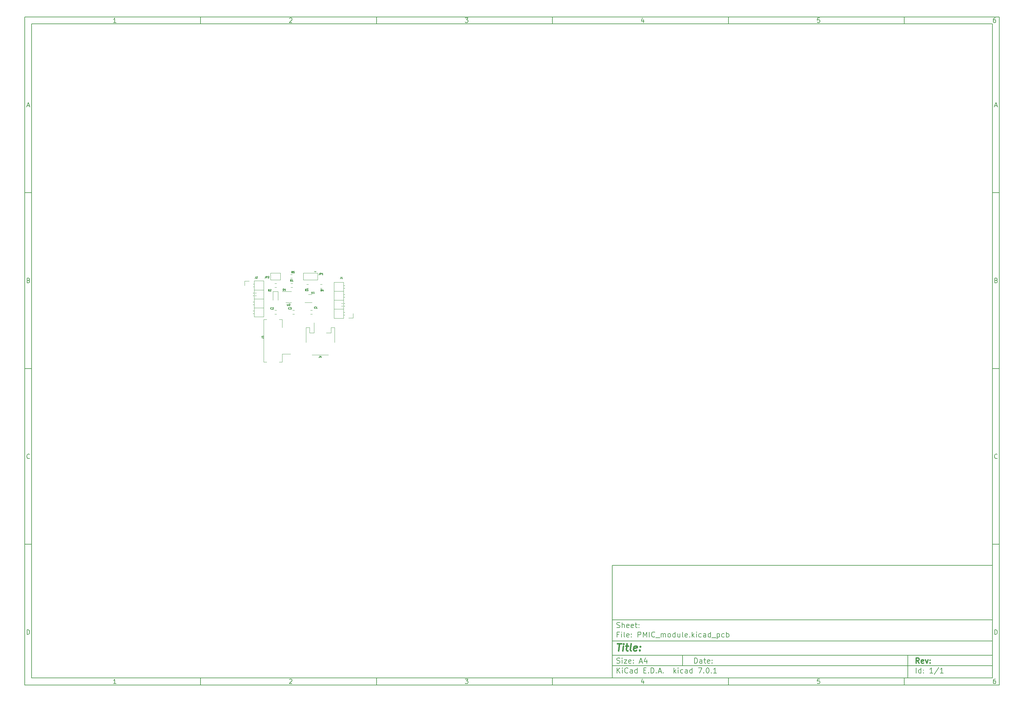
<source format=gbr>
%TF.GenerationSoftware,KiCad,Pcbnew,7.0.1*%
%TF.CreationDate,2023-09-22T10:39:05-04:00*%
%TF.ProjectId,PMIC_module,504d4943-5f6d-46f6-9475-6c652e6b6963,rev?*%
%TF.SameCoordinates,Original*%
%TF.FileFunction,Legend,Top*%
%TF.FilePolarity,Positive*%
%FSLAX46Y46*%
G04 Gerber Fmt 4.6, Leading zero omitted, Abs format (unit mm)*
G04 Created by KiCad (PCBNEW 7.0.1) date 2023-09-22 10:39:05*
%MOMM*%
%LPD*%
G01*
G04 APERTURE LIST*
%ADD10C,0.100000*%
%ADD11C,0.150000*%
%ADD12C,0.300000*%
%ADD13C,0.400000*%
%ADD14C,0.127000*%
%ADD15C,0.120000*%
G04 APERTURE END LIST*
D10*
D11*
X177002200Y-166007200D02*
X285002200Y-166007200D01*
X285002200Y-198007200D01*
X177002200Y-198007200D01*
X177002200Y-166007200D01*
D10*
D11*
X10000000Y-10000000D02*
X287002200Y-10000000D01*
X287002200Y-200007200D01*
X10000000Y-200007200D01*
X10000000Y-10000000D01*
D10*
D11*
X12000000Y-12000000D02*
X285002200Y-12000000D01*
X285002200Y-198007200D01*
X12000000Y-198007200D01*
X12000000Y-12000000D01*
D10*
D11*
X60000000Y-12000000D02*
X60000000Y-10000000D01*
D10*
D11*
X110000000Y-12000000D02*
X110000000Y-10000000D01*
D10*
D11*
X160000000Y-12000000D02*
X160000000Y-10000000D01*
D10*
D11*
X210000000Y-12000000D02*
X210000000Y-10000000D01*
D10*
D11*
X260000000Y-12000000D02*
X260000000Y-10000000D01*
D10*
D11*
X35990476Y-11601404D02*
X35247619Y-11601404D01*
X35619047Y-11601404D02*
X35619047Y-10301404D01*
X35619047Y-10301404D02*
X35495238Y-10487119D01*
X35495238Y-10487119D02*
X35371428Y-10610928D01*
X35371428Y-10610928D02*
X35247619Y-10672833D01*
D10*
D11*
X85247619Y-10425214D02*
X85309523Y-10363309D01*
X85309523Y-10363309D02*
X85433333Y-10301404D01*
X85433333Y-10301404D02*
X85742857Y-10301404D01*
X85742857Y-10301404D02*
X85866666Y-10363309D01*
X85866666Y-10363309D02*
X85928571Y-10425214D01*
X85928571Y-10425214D02*
X85990476Y-10549023D01*
X85990476Y-10549023D02*
X85990476Y-10672833D01*
X85990476Y-10672833D02*
X85928571Y-10858547D01*
X85928571Y-10858547D02*
X85185714Y-11601404D01*
X85185714Y-11601404D02*
X85990476Y-11601404D01*
D10*
D11*
X135185714Y-10301404D02*
X135990476Y-10301404D01*
X135990476Y-10301404D02*
X135557142Y-10796642D01*
X135557142Y-10796642D02*
X135742857Y-10796642D01*
X135742857Y-10796642D02*
X135866666Y-10858547D01*
X135866666Y-10858547D02*
X135928571Y-10920452D01*
X135928571Y-10920452D02*
X135990476Y-11044261D01*
X135990476Y-11044261D02*
X135990476Y-11353785D01*
X135990476Y-11353785D02*
X135928571Y-11477595D01*
X135928571Y-11477595D02*
X135866666Y-11539500D01*
X135866666Y-11539500D02*
X135742857Y-11601404D01*
X135742857Y-11601404D02*
X135371428Y-11601404D01*
X135371428Y-11601404D02*
X135247619Y-11539500D01*
X135247619Y-11539500D02*
X135185714Y-11477595D01*
D10*
D11*
X185866666Y-10734738D02*
X185866666Y-11601404D01*
X185557142Y-10239500D02*
X185247619Y-11168071D01*
X185247619Y-11168071D02*
X186052380Y-11168071D01*
D10*
D11*
X235928571Y-10301404D02*
X235309523Y-10301404D01*
X235309523Y-10301404D02*
X235247619Y-10920452D01*
X235247619Y-10920452D02*
X235309523Y-10858547D01*
X235309523Y-10858547D02*
X235433333Y-10796642D01*
X235433333Y-10796642D02*
X235742857Y-10796642D01*
X235742857Y-10796642D02*
X235866666Y-10858547D01*
X235866666Y-10858547D02*
X235928571Y-10920452D01*
X235928571Y-10920452D02*
X235990476Y-11044261D01*
X235990476Y-11044261D02*
X235990476Y-11353785D01*
X235990476Y-11353785D02*
X235928571Y-11477595D01*
X235928571Y-11477595D02*
X235866666Y-11539500D01*
X235866666Y-11539500D02*
X235742857Y-11601404D01*
X235742857Y-11601404D02*
X235433333Y-11601404D01*
X235433333Y-11601404D02*
X235309523Y-11539500D01*
X235309523Y-11539500D02*
X235247619Y-11477595D01*
D10*
D11*
X285866666Y-10301404D02*
X285619047Y-10301404D01*
X285619047Y-10301404D02*
X285495238Y-10363309D01*
X285495238Y-10363309D02*
X285433333Y-10425214D01*
X285433333Y-10425214D02*
X285309523Y-10610928D01*
X285309523Y-10610928D02*
X285247619Y-10858547D01*
X285247619Y-10858547D02*
X285247619Y-11353785D01*
X285247619Y-11353785D02*
X285309523Y-11477595D01*
X285309523Y-11477595D02*
X285371428Y-11539500D01*
X285371428Y-11539500D02*
X285495238Y-11601404D01*
X285495238Y-11601404D02*
X285742857Y-11601404D01*
X285742857Y-11601404D02*
X285866666Y-11539500D01*
X285866666Y-11539500D02*
X285928571Y-11477595D01*
X285928571Y-11477595D02*
X285990476Y-11353785D01*
X285990476Y-11353785D02*
X285990476Y-11044261D01*
X285990476Y-11044261D02*
X285928571Y-10920452D01*
X285928571Y-10920452D02*
X285866666Y-10858547D01*
X285866666Y-10858547D02*
X285742857Y-10796642D01*
X285742857Y-10796642D02*
X285495238Y-10796642D01*
X285495238Y-10796642D02*
X285371428Y-10858547D01*
X285371428Y-10858547D02*
X285309523Y-10920452D01*
X285309523Y-10920452D02*
X285247619Y-11044261D01*
D10*
D11*
X60000000Y-198007200D02*
X60000000Y-200007200D01*
D10*
D11*
X110000000Y-198007200D02*
X110000000Y-200007200D01*
D10*
D11*
X160000000Y-198007200D02*
X160000000Y-200007200D01*
D10*
D11*
X210000000Y-198007200D02*
X210000000Y-200007200D01*
D10*
D11*
X260000000Y-198007200D02*
X260000000Y-200007200D01*
D10*
D11*
X35990476Y-199608604D02*
X35247619Y-199608604D01*
X35619047Y-199608604D02*
X35619047Y-198308604D01*
X35619047Y-198308604D02*
X35495238Y-198494319D01*
X35495238Y-198494319D02*
X35371428Y-198618128D01*
X35371428Y-198618128D02*
X35247619Y-198680033D01*
D10*
D11*
X85247619Y-198432414D02*
X85309523Y-198370509D01*
X85309523Y-198370509D02*
X85433333Y-198308604D01*
X85433333Y-198308604D02*
X85742857Y-198308604D01*
X85742857Y-198308604D02*
X85866666Y-198370509D01*
X85866666Y-198370509D02*
X85928571Y-198432414D01*
X85928571Y-198432414D02*
X85990476Y-198556223D01*
X85990476Y-198556223D02*
X85990476Y-198680033D01*
X85990476Y-198680033D02*
X85928571Y-198865747D01*
X85928571Y-198865747D02*
X85185714Y-199608604D01*
X85185714Y-199608604D02*
X85990476Y-199608604D01*
D10*
D11*
X135185714Y-198308604D02*
X135990476Y-198308604D01*
X135990476Y-198308604D02*
X135557142Y-198803842D01*
X135557142Y-198803842D02*
X135742857Y-198803842D01*
X135742857Y-198803842D02*
X135866666Y-198865747D01*
X135866666Y-198865747D02*
X135928571Y-198927652D01*
X135928571Y-198927652D02*
X135990476Y-199051461D01*
X135990476Y-199051461D02*
X135990476Y-199360985D01*
X135990476Y-199360985D02*
X135928571Y-199484795D01*
X135928571Y-199484795D02*
X135866666Y-199546700D01*
X135866666Y-199546700D02*
X135742857Y-199608604D01*
X135742857Y-199608604D02*
X135371428Y-199608604D01*
X135371428Y-199608604D02*
X135247619Y-199546700D01*
X135247619Y-199546700D02*
X135185714Y-199484795D01*
D10*
D11*
X185866666Y-198741938D02*
X185866666Y-199608604D01*
X185557142Y-198246700D02*
X185247619Y-199175271D01*
X185247619Y-199175271D02*
X186052380Y-199175271D01*
D10*
D11*
X235928571Y-198308604D02*
X235309523Y-198308604D01*
X235309523Y-198308604D02*
X235247619Y-198927652D01*
X235247619Y-198927652D02*
X235309523Y-198865747D01*
X235309523Y-198865747D02*
X235433333Y-198803842D01*
X235433333Y-198803842D02*
X235742857Y-198803842D01*
X235742857Y-198803842D02*
X235866666Y-198865747D01*
X235866666Y-198865747D02*
X235928571Y-198927652D01*
X235928571Y-198927652D02*
X235990476Y-199051461D01*
X235990476Y-199051461D02*
X235990476Y-199360985D01*
X235990476Y-199360985D02*
X235928571Y-199484795D01*
X235928571Y-199484795D02*
X235866666Y-199546700D01*
X235866666Y-199546700D02*
X235742857Y-199608604D01*
X235742857Y-199608604D02*
X235433333Y-199608604D01*
X235433333Y-199608604D02*
X235309523Y-199546700D01*
X235309523Y-199546700D02*
X235247619Y-199484795D01*
D10*
D11*
X285866666Y-198308604D02*
X285619047Y-198308604D01*
X285619047Y-198308604D02*
X285495238Y-198370509D01*
X285495238Y-198370509D02*
X285433333Y-198432414D01*
X285433333Y-198432414D02*
X285309523Y-198618128D01*
X285309523Y-198618128D02*
X285247619Y-198865747D01*
X285247619Y-198865747D02*
X285247619Y-199360985D01*
X285247619Y-199360985D02*
X285309523Y-199484795D01*
X285309523Y-199484795D02*
X285371428Y-199546700D01*
X285371428Y-199546700D02*
X285495238Y-199608604D01*
X285495238Y-199608604D02*
X285742857Y-199608604D01*
X285742857Y-199608604D02*
X285866666Y-199546700D01*
X285866666Y-199546700D02*
X285928571Y-199484795D01*
X285928571Y-199484795D02*
X285990476Y-199360985D01*
X285990476Y-199360985D02*
X285990476Y-199051461D01*
X285990476Y-199051461D02*
X285928571Y-198927652D01*
X285928571Y-198927652D02*
X285866666Y-198865747D01*
X285866666Y-198865747D02*
X285742857Y-198803842D01*
X285742857Y-198803842D02*
X285495238Y-198803842D01*
X285495238Y-198803842D02*
X285371428Y-198865747D01*
X285371428Y-198865747D02*
X285309523Y-198927652D01*
X285309523Y-198927652D02*
X285247619Y-199051461D01*
D10*
D11*
X10000000Y-60000000D02*
X12000000Y-60000000D01*
D10*
D11*
X10000000Y-110000000D02*
X12000000Y-110000000D01*
D10*
D11*
X10000000Y-160000000D02*
X12000000Y-160000000D01*
D10*
D11*
X10690476Y-35229976D02*
X11309523Y-35229976D01*
X10566666Y-35601404D02*
X10999999Y-34301404D01*
X10999999Y-34301404D02*
X11433333Y-35601404D01*
D10*
D11*
X11092857Y-84920452D02*
X11278571Y-84982357D01*
X11278571Y-84982357D02*
X11340476Y-85044261D01*
X11340476Y-85044261D02*
X11402380Y-85168071D01*
X11402380Y-85168071D02*
X11402380Y-85353785D01*
X11402380Y-85353785D02*
X11340476Y-85477595D01*
X11340476Y-85477595D02*
X11278571Y-85539500D01*
X11278571Y-85539500D02*
X11154761Y-85601404D01*
X11154761Y-85601404D02*
X10659523Y-85601404D01*
X10659523Y-85601404D02*
X10659523Y-84301404D01*
X10659523Y-84301404D02*
X11092857Y-84301404D01*
X11092857Y-84301404D02*
X11216666Y-84363309D01*
X11216666Y-84363309D02*
X11278571Y-84425214D01*
X11278571Y-84425214D02*
X11340476Y-84549023D01*
X11340476Y-84549023D02*
X11340476Y-84672833D01*
X11340476Y-84672833D02*
X11278571Y-84796642D01*
X11278571Y-84796642D02*
X11216666Y-84858547D01*
X11216666Y-84858547D02*
X11092857Y-84920452D01*
X11092857Y-84920452D02*
X10659523Y-84920452D01*
D10*
D11*
X11402380Y-135477595D02*
X11340476Y-135539500D01*
X11340476Y-135539500D02*
X11154761Y-135601404D01*
X11154761Y-135601404D02*
X11030952Y-135601404D01*
X11030952Y-135601404D02*
X10845238Y-135539500D01*
X10845238Y-135539500D02*
X10721428Y-135415690D01*
X10721428Y-135415690D02*
X10659523Y-135291880D01*
X10659523Y-135291880D02*
X10597619Y-135044261D01*
X10597619Y-135044261D02*
X10597619Y-134858547D01*
X10597619Y-134858547D02*
X10659523Y-134610928D01*
X10659523Y-134610928D02*
X10721428Y-134487119D01*
X10721428Y-134487119D02*
X10845238Y-134363309D01*
X10845238Y-134363309D02*
X11030952Y-134301404D01*
X11030952Y-134301404D02*
X11154761Y-134301404D01*
X11154761Y-134301404D02*
X11340476Y-134363309D01*
X11340476Y-134363309D02*
X11402380Y-134425214D01*
D10*
D11*
X10659523Y-185601404D02*
X10659523Y-184301404D01*
X10659523Y-184301404D02*
X10969047Y-184301404D01*
X10969047Y-184301404D02*
X11154761Y-184363309D01*
X11154761Y-184363309D02*
X11278571Y-184487119D01*
X11278571Y-184487119D02*
X11340476Y-184610928D01*
X11340476Y-184610928D02*
X11402380Y-184858547D01*
X11402380Y-184858547D02*
X11402380Y-185044261D01*
X11402380Y-185044261D02*
X11340476Y-185291880D01*
X11340476Y-185291880D02*
X11278571Y-185415690D01*
X11278571Y-185415690D02*
X11154761Y-185539500D01*
X11154761Y-185539500D02*
X10969047Y-185601404D01*
X10969047Y-185601404D02*
X10659523Y-185601404D01*
D10*
D11*
X287002200Y-60000000D02*
X285002200Y-60000000D01*
D10*
D11*
X287002200Y-110000000D02*
X285002200Y-110000000D01*
D10*
D11*
X287002200Y-160000000D02*
X285002200Y-160000000D01*
D10*
D11*
X285692676Y-35229976D02*
X286311723Y-35229976D01*
X285568866Y-35601404D02*
X286002199Y-34301404D01*
X286002199Y-34301404D02*
X286435533Y-35601404D01*
D10*
D11*
X286095057Y-84920452D02*
X286280771Y-84982357D01*
X286280771Y-84982357D02*
X286342676Y-85044261D01*
X286342676Y-85044261D02*
X286404580Y-85168071D01*
X286404580Y-85168071D02*
X286404580Y-85353785D01*
X286404580Y-85353785D02*
X286342676Y-85477595D01*
X286342676Y-85477595D02*
X286280771Y-85539500D01*
X286280771Y-85539500D02*
X286156961Y-85601404D01*
X286156961Y-85601404D02*
X285661723Y-85601404D01*
X285661723Y-85601404D02*
X285661723Y-84301404D01*
X285661723Y-84301404D02*
X286095057Y-84301404D01*
X286095057Y-84301404D02*
X286218866Y-84363309D01*
X286218866Y-84363309D02*
X286280771Y-84425214D01*
X286280771Y-84425214D02*
X286342676Y-84549023D01*
X286342676Y-84549023D02*
X286342676Y-84672833D01*
X286342676Y-84672833D02*
X286280771Y-84796642D01*
X286280771Y-84796642D02*
X286218866Y-84858547D01*
X286218866Y-84858547D02*
X286095057Y-84920452D01*
X286095057Y-84920452D02*
X285661723Y-84920452D01*
D10*
D11*
X286404580Y-135477595D02*
X286342676Y-135539500D01*
X286342676Y-135539500D02*
X286156961Y-135601404D01*
X286156961Y-135601404D02*
X286033152Y-135601404D01*
X286033152Y-135601404D02*
X285847438Y-135539500D01*
X285847438Y-135539500D02*
X285723628Y-135415690D01*
X285723628Y-135415690D02*
X285661723Y-135291880D01*
X285661723Y-135291880D02*
X285599819Y-135044261D01*
X285599819Y-135044261D02*
X285599819Y-134858547D01*
X285599819Y-134858547D02*
X285661723Y-134610928D01*
X285661723Y-134610928D02*
X285723628Y-134487119D01*
X285723628Y-134487119D02*
X285847438Y-134363309D01*
X285847438Y-134363309D02*
X286033152Y-134301404D01*
X286033152Y-134301404D02*
X286156961Y-134301404D01*
X286156961Y-134301404D02*
X286342676Y-134363309D01*
X286342676Y-134363309D02*
X286404580Y-134425214D01*
D10*
D11*
X285661723Y-185601404D02*
X285661723Y-184301404D01*
X285661723Y-184301404D02*
X285971247Y-184301404D01*
X285971247Y-184301404D02*
X286156961Y-184363309D01*
X286156961Y-184363309D02*
X286280771Y-184487119D01*
X286280771Y-184487119D02*
X286342676Y-184610928D01*
X286342676Y-184610928D02*
X286404580Y-184858547D01*
X286404580Y-184858547D02*
X286404580Y-185044261D01*
X286404580Y-185044261D02*
X286342676Y-185291880D01*
X286342676Y-185291880D02*
X286280771Y-185415690D01*
X286280771Y-185415690D02*
X286156961Y-185539500D01*
X286156961Y-185539500D02*
X285971247Y-185601404D01*
X285971247Y-185601404D02*
X285661723Y-185601404D01*
D10*
D11*
X200359342Y-193801128D02*
X200359342Y-192301128D01*
X200359342Y-192301128D02*
X200716485Y-192301128D01*
X200716485Y-192301128D02*
X200930771Y-192372557D01*
X200930771Y-192372557D02*
X201073628Y-192515414D01*
X201073628Y-192515414D02*
X201145057Y-192658271D01*
X201145057Y-192658271D02*
X201216485Y-192943985D01*
X201216485Y-192943985D02*
X201216485Y-193158271D01*
X201216485Y-193158271D02*
X201145057Y-193443985D01*
X201145057Y-193443985D02*
X201073628Y-193586842D01*
X201073628Y-193586842D02*
X200930771Y-193729700D01*
X200930771Y-193729700D02*
X200716485Y-193801128D01*
X200716485Y-193801128D02*
X200359342Y-193801128D01*
X202502200Y-193801128D02*
X202502200Y-193015414D01*
X202502200Y-193015414D02*
X202430771Y-192872557D01*
X202430771Y-192872557D02*
X202287914Y-192801128D01*
X202287914Y-192801128D02*
X202002200Y-192801128D01*
X202002200Y-192801128D02*
X201859342Y-192872557D01*
X202502200Y-193729700D02*
X202359342Y-193801128D01*
X202359342Y-193801128D02*
X202002200Y-193801128D01*
X202002200Y-193801128D02*
X201859342Y-193729700D01*
X201859342Y-193729700D02*
X201787914Y-193586842D01*
X201787914Y-193586842D02*
X201787914Y-193443985D01*
X201787914Y-193443985D02*
X201859342Y-193301128D01*
X201859342Y-193301128D02*
X202002200Y-193229700D01*
X202002200Y-193229700D02*
X202359342Y-193229700D01*
X202359342Y-193229700D02*
X202502200Y-193158271D01*
X203002200Y-192801128D02*
X203573628Y-192801128D01*
X203216485Y-192301128D02*
X203216485Y-193586842D01*
X203216485Y-193586842D02*
X203287914Y-193729700D01*
X203287914Y-193729700D02*
X203430771Y-193801128D01*
X203430771Y-193801128D02*
X203573628Y-193801128D01*
X204645057Y-193729700D02*
X204502200Y-193801128D01*
X204502200Y-193801128D02*
X204216486Y-193801128D01*
X204216486Y-193801128D02*
X204073628Y-193729700D01*
X204073628Y-193729700D02*
X204002200Y-193586842D01*
X204002200Y-193586842D02*
X204002200Y-193015414D01*
X204002200Y-193015414D02*
X204073628Y-192872557D01*
X204073628Y-192872557D02*
X204216486Y-192801128D01*
X204216486Y-192801128D02*
X204502200Y-192801128D01*
X204502200Y-192801128D02*
X204645057Y-192872557D01*
X204645057Y-192872557D02*
X204716486Y-193015414D01*
X204716486Y-193015414D02*
X204716486Y-193158271D01*
X204716486Y-193158271D02*
X204002200Y-193301128D01*
X205359342Y-193658271D02*
X205430771Y-193729700D01*
X205430771Y-193729700D02*
X205359342Y-193801128D01*
X205359342Y-193801128D02*
X205287914Y-193729700D01*
X205287914Y-193729700D02*
X205359342Y-193658271D01*
X205359342Y-193658271D02*
X205359342Y-193801128D01*
X205359342Y-192872557D02*
X205430771Y-192943985D01*
X205430771Y-192943985D02*
X205359342Y-193015414D01*
X205359342Y-193015414D02*
X205287914Y-192943985D01*
X205287914Y-192943985D02*
X205359342Y-192872557D01*
X205359342Y-192872557D02*
X205359342Y-193015414D01*
D10*
D11*
X177002200Y-194507200D02*
X285002200Y-194507200D01*
D10*
D11*
X178359342Y-196601128D02*
X178359342Y-195101128D01*
X179216485Y-196601128D02*
X178573628Y-195743985D01*
X179216485Y-195101128D02*
X178359342Y-195958271D01*
X179859342Y-196601128D02*
X179859342Y-195601128D01*
X179859342Y-195101128D02*
X179787914Y-195172557D01*
X179787914Y-195172557D02*
X179859342Y-195243985D01*
X179859342Y-195243985D02*
X179930771Y-195172557D01*
X179930771Y-195172557D02*
X179859342Y-195101128D01*
X179859342Y-195101128D02*
X179859342Y-195243985D01*
X181430771Y-196458271D02*
X181359343Y-196529700D01*
X181359343Y-196529700D02*
X181145057Y-196601128D01*
X181145057Y-196601128D02*
X181002200Y-196601128D01*
X181002200Y-196601128D02*
X180787914Y-196529700D01*
X180787914Y-196529700D02*
X180645057Y-196386842D01*
X180645057Y-196386842D02*
X180573628Y-196243985D01*
X180573628Y-196243985D02*
X180502200Y-195958271D01*
X180502200Y-195958271D02*
X180502200Y-195743985D01*
X180502200Y-195743985D02*
X180573628Y-195458271D01*
X180573628Y-195458271D02*
X180645057Y-195315414D01*
X180645057Y-195315414D02*
X180787914Y-195172557D01*
X180787914Y-195172557D02*
X181002200Y-195101128D01*
X181002200Y-195101128D02*
X181145057Y-195101128D01*
X181145057Y-195101128D02*
X181359343Y-195172557D01*
X181359343Y-195172557D02*
X181430771Y-195243985D01*
X182716486Y-196601128D02*
X182716486Y-195815414D01*
X182716486Y-195815414D02*
X182645057Y-195672557D01*
X182645057Y-195672557D02*
X182502200Y-195601128D01*
X182502200Y-195601128D02*
X182216486Y-195601128D01*
X182216486Y-195601128D02*
X182073628Y-195672557D01*
X182716486Y-196529700D02*
X182573628Y-196601128D01*
X182573628Y-196601128D02*
X182216486Y-196601128D01*
X182216486Y-196601128D02*
X182073628Y-196529700D01*
X182073628Y-196529700D02*
X182002200Y-196386842D01*
X182002200Y-196386842D02*
X182002200Y-196243985D01*
X182002200Y-196243985D02*
X182073628Y-196101128D01*
X182073628Y-196101128D02*
X182216486Y-196029700D01*
X182216486Y-196029700D02*
X182573628Y-196029700D01*
X182573628Y-196029700D02*
X182716486Y-195958271D01*
X184073629Y-196601128D02*
X184073629Y-195101128D01*
X184073629Y-196529700D02*
X183930771Y-196601128D01*
X183930771Y-196601128D02*
X183645057Y-196601128D01*
X183645057Y-196601128D02*
X183502200Y-196529700D01*
X183502200Y-196529700D02*
X183430771Y-196458271D01*
X183430771Y-196458271D02*
X183359343Y-196315414D01*
X183359343Y-196315414D02*
X183359343Y-195886842D01*
X183359343Y-195886842D02*
X183430771Y-195743985D01*
X183430771Y-195743985D02*
X183502200Y-195672557D01*
X183502200Y-195672557D02*
X183645057Y-195601128D01*
X183645057Y-195601128D02*
X183930771Y-195601128D01*
X183930771Y-195601128D02*
X184073629Y-195672557D01*
X185930771Y-195815414D02*
X186430771Y-195815414D01*
X186645057Y-196601128D02*
X185930771Y-196601128D01*
X185930771Y-196601128D02*
X185930771Y-195101128D01*
X185930771Y-195101128D02*
X186645057Y-195101128D01*
X187287914Y-196458271D02*
X187359343Y-196529700D01*
X187359343Y-196529700D02*
X187287914Y-196601128D01*
X187287914Y-196601128D02*
X187216486Y-196529700D01*
X187216486Y-196529700D02*
X187287914Y-196458271D01*
X187287914Y-196458271D02*
X187287914Y-196601128D01*
X188002200Y-196601128D02*
X188002200Y-195101128D01*
X188002200Y-195101128D02*
X188359343Y-195101128D01*
X188359343Y-195101128D02*
X188573629Y-195172557D01*
X188573629Y-195172557D02*
X188716486Y-195315414D01*
X188716486Y-195315414D02*
X188787915Y-195458271D01*
X188787915Y-195458271D02*
X188859343Y-195743985D01*
X188859343Y-195743985D02*
X188859343Y-195958271D01*
X188859343Y-195958271D02*
X188787915Y-196243985D01*
X188787915Y-196243985D02*
X188716486Y-196386842D01*
X188716486Y-196386842D02*
X188573629Y-196529700D01*
X188573629Y-196529700D02*
X188359343Y-196601128D01*
X188359343Y-196601128D02*
X188002200Y-196601128D01*
X189502200Y-196458271D02*
X189573629Y-196529700D01*
X189573629Y-196529700D02*
X189502200Y-196601128D01*
X189502200Y-196601128D02*
X189430772Y-196529700D01*
X189430772Y-196529700D02*
X189502200Y-196458271D01*
X189502200Y-196458271D02*
X189502200Y-196601128D01*
X190145058Y-196172557D02*
X190859344Y-196172557D01*
X190002201Y-196601128D02*
X190502201Y-195101128D01*
X190502201Y-195101128D02*
X191002201Y-196601128D01*
X191502200Y-196458271D02*
X191573629Y-196529700D01*
X191573629Y-196529700D02*
X191502200Y-196601128D01*
X191502200Y-196601128D02*
X191430772Y-196529700D01*
X191430772Y-196529700D02*
X191502200Y-196458271D01*
X191502200Y-196458271D02*
X191502200Y-196601128D01*
X194502200Y-196601128D02*
X194502200Y-195101128D01*
X194645058Y-196029700D02*
X195073629Y-196601128D01*
X195073629Y-195601128D02*
X194502200Y-196172557D01*
X195716486Y-196601128D02*
X195716486Y-195601128D01*
X195716486Y-195101128D02*
X195645058Y-195172557D01*
X195645058Y-195172557D02*
X195716486Y-195243985D01*
X195716486Y-195243985D02*
X195787915Y-195172557D01*
X195787915Y-195172557D02*
X195716486Y-195101128D01*
X195716486Y-195101128D02*
X195716486Y-195243985D01*
X197073630Y-196529700D02*
X196930772Y-196601128D01*
X196930772Y-196601128D02*
X196645058Y-196601128D01*
X196645058Y-196601128D02*
X196502201Y-196529700D01*
X196502201Y-196529700D02*
X196430772Y-196458271D01*
X196430772Y-196458271D02*
X196359344Y-196315414D01*
X196359344Y-196315414D02*
X196359344Y-195886842D01*
X196359344Y-195886842D02*
X196430772Y-195743985D01*
X196430772Y-195743985D02*
X196502201Y-195672557D01*
X196502201Y-195672557D02*
X196645058Y-195601128D01*
X196645058Y-195601128D02*
X196930772Y-195601128D01*
X196930772Y-195601128D02*
X197073630Y-195672557D01*
X198359344Y-196601128D02*
X198359344Y-195815414D01*
X198359344Y-195815414D02*
X198287915Y-195672557D01*
X198287915Y-195672557D02*
X198145058Y-195601128D01*
X198145058Y-195601128D02*
X197859344Y-195601128D01*
X197859344Y-195601128D02*
X197716486Y-195672557D01*
X198359344Y-196529700D02*
X198216486Y-196601128D01*
X198216486Y-196601128D02*
X197859344Y-196601128D01*
X197859344Y-196601128D02*
X197716486Y-196529700D01*
X197716486Y-196529700D02*
X197645058Y-196386842D01*
X197645058Y-196386842D02*
X197645058Y-196243985D01*
X197645058Y-196243985D02*
X197716486Y-196101128D01*
X197716486Y-196101128D02*
X197859344Y-196029700D01*
X197859344Y-196029700D02*
X198216486Y-196029700D01*
X198216486Y-196029700D02*
X198359344Y-195958271D01*
X199716487Y-196601128D02*
X199716487Y-195101128D01*
X199716487Y-196529700D02*
X199573629Y-196601128D01*
X199573629Y-196601128D02*
X199287915Y-196601128D01*
X199287915Y-196601128D02*
X199145058Y-196529700D01*
X199145058Y-196529700D02*
X199073629Y-196458271D01*
X199073629Y-196458271D02*
X199002201Y-196315414D01*
X199002201Y-196315414D02*
X199002201Y-195886842D01*
X199002201Y-195886842D02*
X199073629Y-195743985D01*
X199073629Y-195743985D02*
X199145058Y-195672557D01*
X199145058Y-195672557D02*
X199287915Y-195601128D01*
X199287915Y-195601128D02*
X199573629Y-195601128D01*
X199573629Y-195601128D02*
X199716487Y-195672557D01*
X201430772Y-195101128D02*
X202430772Y-195101128D01*
X202430772Y-195101128D02*
X201787915Y-196601128D01*
X203002200Y-196458271D02*
X203073629Y-196529700D01*
X203073629Y-196529700D02*
X203002200Y-196601128D01*
X203002200Y-196601128D02*
X202930772Y-196529700D01*
X202930772Y-196529700D02*
X203002200Y-196458271D01*
X203002200Y-196458271D02*
X203002200Y-196601128D01*
X204002201Y-195101128D02*
X204145058Y-195101128D01*
X204145058Y-195101128D02*
X204287915Y-195172557D01*
X204287915Y-195172557D02*
X204359344Y-195243985D01*
X204359344Y-195243985D02*
X204430772Y-195386842D01*
X204430772Y-195386842D02*
X204502201Y-195672557D01*
X204502201Y-195672557D02*
X204502201Y-196029700D01*
X204502201Y-196029700D02*
X204430772Y-196315414D01*
X204430772Y-196315414D02*
X204359344Y-196458271D01*
X204359344Y-196458271D02*
X204287915Y-196529700D01*
X204287915Y-196529700D02*
X204145058Y-196601128D01*
X204145058Y-196601128D02*
X204002201Y-196601128D01*
X204002201Y-196601128D02*
X203859344Y-196529700D01*
X203859344Y-196529700D02*
X203787915Y-196458271D01*
X203787915Y-196458271D02*
X203716486Y-196315414D01*
X203716486Y-196315414D02*
X203645058Y-196029700D01*
X203645058Y-196029700D02*
X203645058Y-195672557D01*
X203645058Y-195672557D02*
X203716486Y-195386842D01*
X203716486Y-195386842D02*
X203787915Y-195243985D01*
X203787915Y-195243985D02*
X203859344Y-195172557D01*
X203859344Y-195172557D02*
X204002201Y-195101128D01*
X205145057Y-196458271D02*
X205216486Y-196529700D01*
X205216486Y-196529700D02*
X205145057Y-196601128D01*
X205145057Y-196601128D02*
X205073629Y-196529700D01*
X205073629Y-196529700D02*
X205145057Y-196458271D01*
X205145057Y-196458271D02*
X205145057Y-196601128D01*
X206645058Y-196601128D02*
X205787915Y-196601128D01*
X206216486Y-196601128D02*
X206216486Y-195101128D01*
X206216486Y-195101128D02*
X206073629Y-195315414D01*
X206073629Y-195315414D02*
X205930772Y-195458271D01*
X205930772Y-195458271D02*
X205787915Y-195529700D01*
D10*
D11*
X177002200Y-191507200D02*
X285002200Y-191507200D01*
D10*
D12*
X264216485Y-193801128D02*
X263716485Y-193086842D01*
X263359342Y-193801128D02*
X263359342Y-192301128D01*
X263359342Y-192301128D02*
X263930771Y-192301128D01*
X263930771Y-192301128D02*
X264073628Y-192372557D01*
X264073628Y-192372557D02*
X264145057Y-192443985D01*
X264145057Y-192443985D02*
X264216485Y-192586842D01*
X264216485Y-192586842D02*
X264216485Y-192801128D01*
X264216485Y-192801128D02*
X264145057Y-192943985D01*
X264145057Y-192943985D02*
X264073628Y-193015414D01*
X264073628Y-193015414D02*
X263930771Y-193086842D01*
X263930771Y-193086842D02*
X263359342Y-193086842D01*
X265430771Y-193729700D02*
X265287914Y-193801128D01*
X265287914Y-193801128D02*
X265002200Y-193801128D01*
X265002200Y-193801128D02*
X264859342Y-193729700D01*
X264859342Y-193729700D02*
X264787914Y-193586842D01*
X264787914Y-193586842D02*
X264787914Y-193015414D01*
X264787914Y-193015414D02*
X264859342Y-192872557D01*
X264859342Y-192872557D02*
X265002200Y-192801128D01*
X265002200Y-192801128D02*
X265287914Y-192801128D01*
X265287914Y-192801128D02*
X265430771Y-192872557D01*
X265430771Y-192872557D02*
X265502200Y-193015414D01*
X265502200Y-193015414D02*
X265502200Y-193158271D01*
X265502200Y-193158271D02*
X264787914Y-193301128D01*
X266002199Y-192801128D02*
X266359342Y-193801128D01*
X266359342Y-193801128D02*
X266716485Y-192801128D01*
X267287913Y-193658271D02*
X267359342Y-193729700D01*
X267359342Y-193729700D02*
X267287913Y-193801128D01*
X267287913Y-193801128D02*
X267216485Y-193729700D01*
X267216485Y-193729700D02*
X267287913Y-193658271D01*
X267287913Y-193658271D02*
X267287913Y-193801128D01*
X267287913Y-192872557D02*
X267359342Y-192943985D01*
X267359342Y-192943985D02*
X267287913Y-193015414D01*
X267287913Y-193015414D02*
X267216485Y-192943985D01*
X267216485Y-192943985D02*
X267287913Y-192872557D01*
X267287913Y-192872557D02*
X267287913Y-193015414D01*
D10*
D11*
X178287914Y-193729700D02*
X178502200Y-193801128D01*
X178502200Y-193801128D02*
X178859342Y-193801128D01*
X178859342Y-193801128D02*
X179002200Y-193729700D01*
X179002200Y-193729700D02*
X179073628Y-193658271D01*
X179073628Y-193658271D02*
X179145057Y-193515414D01*
X179145057Y-193515414D02*
X179145057Y-193372557D01*
X179145057Y-193372557D02*
X179073628Y-193229700D01*
X179073628Y-193229700D02*
X179002200Y-193158271D01*
X179002200Y-193158271D02*
X178859342Y-193086842D01*
X178859342Y-193086842D02*
X178573628Y-193015414D01*
X178573628Y-193015414D02*
X178430771Y-192943985D01*
X178430771Y-192943985D02*
X178359342Y-192872557D01*
X178359342Y-192872557D02*
X178287914Y-192729700D01*
X178287914Y-192729700D02*
X178287914Y-192586842D01*
X178287914Y-192586842D02*
X178359342Y-192443985D01*
X178359342Y-192443985D02*
X178430771Y-192372557D01*
X178430771Y-192372557D02*
X178573628Y-192301128D01*
X178573628Y-192301128D02*
X178930771Y-192301128D01*
X178930771Y-192301128D02*
X179145057Y-192372557D01*
X179787913Y-193801128D02*
X179787913Y-192801128D01*
X179787913Y-192301128D02*
X179716485Y-192372557D01*
X179716485Y-192372557D02*
X179787913Y-192443985D01*
X179787913Y-192443985D02*
X179859342Y-192372557D01*
X179859342Y-192372557D02*
X179787913Y-192301128D01*
X179787913Y-192301128D02*
X179787913Y-192443985D01*
X180359342Y-192801128D02*
X181145057Y-192801128D01*
X181145057Y-192801128D02*
X180359342Y-193801128D01*
X180359342Y-193801128D02*
X181145057Y-193801128D01*
X182287914Y-193729700D02*
X182145057Y-193801128D01*
X182145057Y-193801128D02*
X181859343Y-193801128D01*
X181859343Y-193801128D02*
X181716485Y-193729700D01*
X181716485Y-193729700D02*
X181645057Y-193586842D01*
X181645057Y-193586842D02*
X181645057Y-193015414D01*
X181645057Y-193015414D02*
X181716485Y-192872557D01*
X181716485Y-192872557D02*
X181859343Y-192801128D01*
X181859343Y-192801128D02*
X182145057Y-192801128D01*
X182145057Y-192801128D02*
X182287914Y-192872557D01*
X182287914Y-192872557D02*
X182359343Y-193015414D01*
X182359343Y-193015414D02*
X182359343Y-193158271D01*
X182359343Y-193158271D02*
X181645057Y-193301128D01*
X183002199Y-193658271D02*
X183073628Y-193729700D01*
X183073628Y-193729700D02*
X183002199Y-193801128D01*
X183002199Y-193801128D02*
X182930771Y-193729700D01*
X182930771Y-193729700D02*
X183002199Y-193658271D01*
X183002199Y-193658271D02*
X183002199Y-193801128D01*
X183002199Y-192872557D02*
X183073628Y-192943985D01*
X183073628Y-192943985D02*
X183002199Y-193015414D01*
X183002199Y-193015414D02*
X182930771Y-192943985D01*
X182930771Y-192943985D02*
X183002199Y-192872557D01*
X183002199Y-192872557D02*
X183002199Y-193015414D01*
X184787914Y-193372557D02*
X185502200Y-193372557D01*
X184645057Y-193801128D02*
X185145057Y-192301128D01*
X185145057Y-192301128D02*
X185645057Y-193801128D01*
X186787914Y-192801128D02*
X186787914Y-193801128D01*
X186430771Y-192229700D02*
X186073628Y-193301128D01*
X186073628Y-193301128D02*
X187002199Y-193301128D01*
D10*
D11*
X263359342Y-196601128D02*
X263359342Y-195101128D01*
X264716486Y-196601128D02*
X264716486Y-195101128D01*
X264716486Y-196529700D02*
X264573628Y-196601128D01*
X264573628Y-196601128D02*
X264287914Y-196601128D01*
X264287914Y-196601128D02*
X264145057Y-196529700D01*
X264145057Y-196529700D02*
X264073628Y-196458271D01*
X264073628Y-196458271D02*
X264002200Y-196315414D01*
X264002200Y-196315414D02*
X264002200Y-195886842D01*
X264002200Y-195886842D02*
X264073628Y-195743985D01*
X264073628Y-195743985D02*
X264145057Y-195672557D01*
X264145057Y-195672557D02*
X264287914Y-195601128D01*
X264287914Y-195601128D02*
X264573628Y-195601128D01*
X264573628Y-195601128D02*
X264716486Y-195672557D01*
X265430771Y-196458271D02*
X265502200Y-196529700D01*
X265502200Y-196529700D02*
X265430771Y-196601128D01*
X265430771Y-196601128D02*
X265359343Y-196529700D01*
X265359343Y-196529700D02*
X265430771Y-196458271D01*
X265430771Y-196458271D02*
X265430771Y-196601128D01*
X265430771Y-195672557D02*
X265502200Y-195743985D01*
X265502200Y-195743985D02*
X265430771Y-195815414D01*
X265430771Y-195815414D02*
X265359343Y-195743985D01*
X265359343Y-195743985D02*
X265430771Y-195672557D01*
X265430771Y-195672557D02*
X265430771Y-195815414D01*
X268073629Y-196601128D02*
X267216486Y-196601128D01*
X267645057Y-196601128D02*
X267645057Y-195101128D01*
X267645057Y-195101128D02*
X267502200Y-195315414D01*
X267502200Y-195315414D02*
X267359343Y-195458271D01*
X267359343Y-195458271D02*
X267216486Y-195529700D01*
X269787914Y-195029700D02*
X268502200Y-196958271D01*
X271073629Y-196601128D02*
X270216486Y-196601128D01*
X270645057Y-196601128D02*
X270645057Y-195101128D01*
X270645057Y-195101128D02*
X270502200Y-195315414D01*
X270502200Y-195315414D02*
X270359343Y-195458271D01*
X270359343Y-195458271D02*
X270216486Y-195529700D01*
D10*
D11*
X177002200Y-187507200D02*
X285002200Y-187507200D01*
D10*
D13*
X178430771Y-188232438D02*
X179573628Y-188232438D01*
X178752200Y-190232438D02*
X179002200Y-188232438D01*
X179978390Y-190232438D02*
X180145057Y-188899104D01*
X180228390Y-188232438D02*
X180121247Y-188327676D01*
X180121247Y-188327676D02*
X180204581Y-188422914D01*
X180204581Y-188422914D02*
X180311724Y-188327676D01*
X180311724Y-188327676D02*
X180228390Y-188232438D01*
X180228390Y-188232438D02*
X180204581Y-188422914D01*
X180799819Y-188899104D02*
X181561723Y-188899104D01*
X181168866Y-188232438D02*
X180954581Y-189946723D01*
X180954581Y-189946723D02*
X181026009Y-190137200D01*
X181026009Y-190137200D02*
X181204581Y-190232438D01*
X181204581Y-190232438D02*
X181395057Y-190232438D01*
X182335533Y-190232438D02*
X182156961Y-190137200D01*
X182156961Y-190137200D02*
X182085533Y-189946723D01*
X182085533Y-189946723D02*
X182299818Y-188232438D01*
X183859342Y-190137200D02*
X183656961Y-190232438D01*
X183656961Y-190232438D02*
X183276008Y-190232438D01*
X183276008Y-190232438D02*
X183097437Y-190137200D01*
X183097437Y-190137200D02*
X183026008Y-189946723D01*
X183026008Y-189946723D02*
X183121247Y-189184819D01*
X183121247Y-189184819D02*
X183240294Y-188994342D01*
X183240294Y-188994342D02*
X183442675Y-188899104D01*
X183442675Y-188899104D02*
X183823627Y-188899104D01*
X183823627Y-188899104D02*
X184002199Y-188994342D01*
X184002199Y-188994342D02*
X184073627Y-189184819D01*
X184073627Y-189184819D02*
X184049818Y-189375295D01*
X184049818Y-189375295D02*
X183073627Y-189565771D01*
X184811723Y-190041961D02*
X184895056Y-190137200D01*
X184895056Y-190137200D02*
X184787913Y-190232438D01*
X184787913Y-190232438D02*
X184704580Y-190137200D01*
X184704580Y-190137200D02*
X184811723Y-190041961D01*
X184811723Y-190041961D02*
X184787913Y-190232438D01*
X184942675Y-188994342D02*
X185026008Y-189089580D01*
X185026008Y-189089580D02*
X184918866Y-189184819D01*
X184918866Y-189184819D02*
X184835532Y-189089580D01*
X184835532Y-189089580D02*
X184942675Y-188994342D01*
X184942675Y-188994342D02*
X184918866Y-189184819D01*
D10*
D11*
X178859342Y-185615414D02*
X178359342Y-185615414D01*
X178359342Y-186401128D02*
X178359342Y-184901128D01*
X178359342Y-184901128D02*
X179073628Y-184901128D01*
X179645056Y-186401128D02*
X179645056Y-185401128D01*
X179645056Y-184901128D02*
X179573628Y-184972557D01*
X179573628Y-184972557D02*
X179645056Y-185043985D01*
X179645056Y-185043985D02*
X179716485Y-184972557D01*
X179716485Y-184972557D02*
X179645056Y-184901128D01*
X179645056Y-184901128D02*
X179645056Y-185043985D01*
X180573628Y-186401128D02*
X180430771Y-186329700D01*
X180430771Y-186329700D02*
X180359342Y-186186842D01*
X180359342Y-186186842D02*
X180359342Y-184901128D01*
X181716485Y-186329700D02*
X181573628Y-186401128D01*
X181573628Y-186401128D02*
X181287914Y-186401128D01*
X181287914Y-186401128D02*
X181145056Y-186329700D01*
X181145056Y-186329700D02*
X181073628Y-186186842D01*
X181073628Y-186186842D02*
X181073628Y-185615414D01*
X181073628Y-185615414D02*
X181145056Y-185472557D01*
X181145056Y-185472557D02*
X181287914Y-185401128D01*
X181287914Y-185401128D02*
X181573628Y-185401128D01*
X181573628Y-185401128D02*
X181716485Y-185472557D01*
X181716485Y-185472557D02*
X181787914Y-185615414D01*
X181787914Y-185615414D02*
X181787914Y-185758271D01*
X181787914Y-185758271D02*
X181073628Y-185901128D01*
X182430770Y-186258271D02*
X182502199Y-186329700D01*
X182502199Y-186329700D02*
X182430770Y-186401128D01*
X182430770Y-186401128D02*
X182359342Y-186329700D01*
X182359342Y-186329700D02*
X182430770Y-186258271D01*
X182430770Y-186258271D02*
X182430770Y-186401128D01*
X182430770Y-185472557D02*
X182502199Y-185543985D01*
X182502199Y-185543985D02*
X182430770Y-185615414D01*
X182430770Y-185615414D02*
X182359342Y-185543985D01*
X182359342Y-185543985D02*
X182430770Y-185472557D01*
X182430770Y-185472557D02*
X182430770Y-185615414D01*
X184287913Y-186401128D02*
X184287913Y-184901128D01*
X184287913Y-184901128D02*
X184859342Y-184901128D01*
X184859342Y-184901128D02*
X185002199Y-184972557D01*
X185002199Y-184972557D02*
X185073628Y-185043985D01*
X185073628Y-185043985D02*
X185145056Y-185186842D01*
X185145056Y-185186842D02*
X185145056Y-185401128D01*
X185145056Y-185401128D02*
X185073628Y-185543985D01*
X185073628Y-185543985D02*
X185002199Y-185615414D01*
X185002199Y-185615414D02*
X184859342Y-185686842D01*
X184859342Y-185686842D02*
X184287913Y-185686842D01*
X185787913Y-186401128D02*
X185787913Y-184901128D01*
X185787913Y-184901128D02*
X186287913Y-185972557D01*
X186287913Y-185972557D02*
X186787913Y-184901128D01*
X186787913Y-184901128D02*
X186787913Y-186401128D01*
X187502199Y-186401128D02*
X187502199Y-184901128D01*
X189073628Y-186258271D02*
X189002200Y-186329700D01*
X189002200Y-186329700D02*
X188787914Y-186401128D01*
X188787914Y-186401128D02*
X188645057Y-186401128D01*
X188645057Y-186401128D02*
X188430771Y-186329700D01*
X188430771Y-186329700D02*
X188287914Y-186186842D01*
X188287914Y-186186842D02*
X188216485Y-186043985D01*
X188216485Y-186043985D02*
X188145057Y-185758271D01*
X188145057Y-185758271D02*
X188145057Y-185543985D01*
X188145057Y-185543985D02*
X188216485Y-185258271D01*
X188216485Y-185258271D02*
X188287914Y-185115414D01*
X188287914Y-185115414D02*
X188430771Y-184972557D01*
X188430771Y-184972557D02*
X188645057Y-184901128D01*
X188645057Y-184901128D02*
X188787914Y-184901128D01*
X188787914Y-184901128D02*
X189002200Y-184972557D01*
X189002200Y-184972557D02*
X189073628Y-185043985D01*
X189359343Y-186543985D02*
X190502200Y-186543985D01*
X190859342Y-186401128D02*
X190859342Y-185401128D01*
X190859342Y-185543985D02*
X190930771Y-185472557D01*
X190930771Y-185472557D02*
X191073628Y-185401128D01*
X191073628Y-185401128D02*
X191287914Y-185401128D01*
X191287914Y-185401128D02*
X191430771Y-185472557D01*
X191430771Y-185472557D02*
X191502200Y-185615414D01*
X191502200Y-185615414D02*
X191502200Y-186401128D01*
X191502200Y-185615414D02*
X191573628Y-185472557D01*
X191573628Y-185472557D02*
X191716485Y-185401128D01*
X191716485Y-185401128D02*
X191930771Y-185401128D01*
X191930771Y-185401128D02*
X192073628Y-185472557D01*
X192073628Y-185472557D02*
X192145057Y-185615414D01*
X192145057Y-185615414D02*
X192145057Y-186401128D01*
X193073628Y-186401128D02*
X192930771Y-186329700D01*
X192930771Y-186329700D02*
X192859342Y-186258271D01*
X192859342Y-186258271D02*
X192787914Y-186115414D01*
X192787914Y-186115414D02*
X192787914Y-185686842D01*
X192787914Y-185686842D02*
X192859342Y-185543985D01*
X192859342Y-185543985D02*
X192930771Y-185472557D01*
X192930771Y-185472557D02*
X193073628Y-185401128D01*
X193073628Y-185401128D02*
X193287914Y-185401128D01*
X193287914Y-185401128D02*
X193430771Y-185472557D01*
X193430771Y-185472557D02*
X193502200Y-185543985D01*
X193502200Y-185543985D02*
X193573628Y-185686842D01*
X193573628Y-185686842D02*
X193573628Y-186115414D01*
X193573628Y-186115414D02*
X193502200Y-186258271D01*
X193502200Y-186258271D02*
X193430771Y-186329700D01*
X193430771Y-186329700D02*
X193287914Y-186401128D01*
X193287914Y-186401128D02*
X193073628Y-186401128D01*
X194859343Y-186401128D02*
X194859343Y-184901128D01*
X194859343Y-186329700D02*
X194716485Y-186401128D01*
X194716485Y-186401128D02*
X194430771Y-186401128D01*
X194430771Y-186401128D02*
X194287914Y-186329700D01*
X194287914Y-186329700D02*
X194216485Y-186258271D01*
X194216485Y-186258271D02*
X194145057Y-186115414D01*
X194145057Y-186115414D02*
X194145057Y-185686842D01*
X194145057Y-185686842D02*
X194216485Y-185543985D01*
X194216485Y-185543985D02*
X194287914Y-185472557D01*
X194287914Y-185472557D02*
X194430771Y-185401128D01*
X194430771Y-185401128D02*
X194716485Y-185401128D01*
X194716485Y-185401128D02*
X194859343Y-185472557D01*
X196216486Y-185401128D02*
X196216486Y-186401128D01*
X195573628Y-185401128D02*
X195573628Y-186186842D01*
X195573628Y-186186842D02*
X195645057Y-186329700D01*
X195645057Y-186329700D02*
X195787914Y-186401128D01*
X195787914Y-186401128D02*
X196002200Y-186401128D01*
X196002200Y-186401128D02*
X196145057Y-186329700D01*
X196145057Y-186329700D02*
X196216486Y-186258271D01*
X197145057Y-186401128D02*
X197002200Y-186329700D01*
X197002200Y-186329700D02*
X196930771Y-186186842D01*
X196930771Y-186186842D02*
X196930771Y-184901128D01*
X198287914Y-186329700D02*
X198145057Y-186401128D01*
X198145057Y-186401128D02*
X197859343Y-186401128D01*
X197859343Y-186401128D02*
X197716485Y-186329700D01*
X197716485Y-186329700D02*
X197645057Y-186186842D01*
X197645057Y-186186842D02*
X197645057Y-185615414D01*
X197645057Y-185615414D02*
X197716485Y-185472557D01*
X197716485Y-185472557D02*
X197859343Y-185401128D01*
X197859343Y-185401128D02*
X198145057Y-185401128D01*
X198145057Y-185401128D02*
X198287914Y-185472557D01*
X198287914Y-185472557D02*
X198359343Y-185615414D01*
X198359343Y-185615414D02*
X198359343Y-185758271D01*
X198359343Y-185758271D02*
X197645057Y-185901128D01*
X199002199Y-186258271D02*
X199073628Y-186329700D01*
X199073628Y-186329700D02*
X199002199Y-186401128D01*
X199002199Y-186401128D02*
X198930771Y-186329700D01*
X198930771Y-186329700D02*
X199002199Y-186258271D01*
X199002199Y-186258271D02*
X199002199Y-186401128D01*
X199716485Y-186401128D02*
X199716485Y-184901128D01*
X199859343Y-185829700D02*
X200287914Y-186401128D01*
X200287914Y-185401128D02*
X199716485Y-185972557D01*
X200930771Y-186401128D02*
X200930771Y-185401128D01*
X200930771Y-184901128D02*
X200859343Y-184972557D01*
X200859343Y-184972557D02*
X200930771Y-185043985D01*
X200930771Y-185043985D02*
X201002200Y-184972557D01*
X201002200Y-184972557D02*
X200930771Y-184901128D01*
X200930771Y-184901128D02*
X200930771Y-185043985D01*
X202287915Y-186329700D02*
X202145057Y-186401128D01*
X202145057Y-186401128D02*
X201859343Y-186401128D01*
X201859343Y-186401128D02*
X201716486Y-186329700D01*
X201716486Y-186329700D02*
X201645057Y-186258271D01*
X201645057Y-186258271D02*
X201573629Y-186115414D01*
X201573629Y-186115414D02*
X201573629Y-185686842D01*
X201573629Y-185686842D02*
X201645057Y-185543985D01*
X201645057Y-185543985D02*
X201716486Y-185472557D01*
X201716486Y-185472557D02*
X201859343Y-185401128D01*
X201859343Y-185401128D02*
X202145057Y-185401128D01*
X202145057Y-185401128D02*
X202287915Y-185472557D01*
X203573629Y-186401128D02*
X203573629Y-185615414D01*
X203573629Y-185615414D02*
X203502200Y-185472557D01*
X203502200Y-185472557D02*
X203359343Y-185401128D01*
X203359343Y-185401128D02*
X203073629Y-185401128D01*
X203073629Y-185401128D02*
X202930771Y-185472557D01*
X203573629Y-186329700D02*
X203430771Y-186401128D01*
X203430771Y-186401128D02*
X203073629Y-186401128D01*
X203073629Y-186401128D02*
X202930771Y-186329700D01*
X202930771Y-186329700D02*
X202859343Y-186186842D01*
X202859343Y-186186842D02*
X202859343Y-186043985D01*
X202859343Y-186043985D02*
X202930771Y-185901128D01*
X202930771Y-185901128D02*
X203073629Y-185829700D01*
X203073629Y-185829700D02*
X203430771Y-185829700D01*
X203430771Y-185829700D02*
X203573629Y-185758271D01*
X204930772Y-186401128D02*
X204930772Y-184901128D01*
X204930772Y-186329700D02*
X204787914Y-186401128D01*
X204787914Y-186401128D02*
X204502200Y-186401128D01*
X204502200Y-186401128D02*
X204359343Y-186329700D01*
X204359343Y-186329700D02*
X204287914Y-186258271D01*
X204287914Y-186258271D02*
X204216486Y-186115414D01*
X204216486Y-186115414D02*
X204216486Y-185686842D01*
X204216486Y-185686842D02*
X204287914Y-185543985D01*
X204287914Y-185543985D02*
X204359343Y-185472557D01*
X204359343Y-185472557D02*
X204502200Y-185401128D01*
X204502200Y-185401128D02*
X204787914Y-185401128D01*
X204787914Y-185401128D02*
X204930772Y-185472557D01*
X205287915Y-186543985D02*
X206430772Y-186543985D01*
X206787914Y-185401128D02*
X206787914Y-186901128D01*
X206787914Y-185472557D02*
X206930772Y-185401128D01*
X206930772Y-185401128D02*
X207216486Y-185401128D01*
X207216486Y-185401128D02*
X207359343Y-185472557D01*
X207359343Y-185472557D02*
X207430772Y-185543985D01*
X207430772Y-185543985D02*
X207502200Y-185686842D01*
X207502200Y-185686842D02*
X207502200Y-186115414D01*
X207502200Y-186115414D02*
X207430772Y-186258271D01*
X207430772Y-186258271D02*
X207359343Y-186329700D01*
X207359343Y-186329700D02*
X207216486Y-186401128D01*
X207216486Y-186401128D02*
X206930772Y-186401128D01*
X206930772Y-186401128D02*
X206787914Y-186329700D01*
X208787915Y-186329700D02*
X208645057Y-186401128D01*
X208645057Y-186401128D02*
X208359343Y-186401128D01*
X208359343Y-186401128D02*
X208216486Y-186329700D01*
X208216486Y-186329700D02*
X208145057Y-186258271D01*
X208145057Y-186258271D02*
X208073629Y-186115414D01*
X208073629Y-186115414D02*
X208073629Y-185686842D01*
X208073629Y-185686842D02*
X208145057Y-185543985D01*
X208145057Y-185543985D02*
X208216486Y-185472557D01*
X208216486Y-185472557D02*
X208359343Y-185401128D01*
X208359343Y-185401128D02*
X208645057Y-185401128D01*
X208645057Y-185401128D02*
X208787915Y-185472557D01*
X209430771Y-186401128D02*
X209430771Y-184901128D01*
X209430771Y-185472557D02*
X209573629Y-185401128D01*
X209573629Y-185401128D02*
X209859343Y-185401128D01*
X209859343Y-185401128D02*
X210002200Y-185472557D01*
X210002200Y-185472557D02*
X210073629Y-185543985D01*
X210073629Y-185543985D02*
X210145057Y-185686842D01*
X210145057Y-185686842D02*
X210145057Y-186115414D01*
X210145057Y-186115414D02*
X210073629Y-186258271D01*
X210073629Y-186258271D02*
X210002200Y-186329700D01*
X210002200Y-186329700D02*
X209859343Y-186401128D01*
X209859343Y-186401128D02*
X209573629Y-186401128D01*
X209573629Y-186401128D02*
X209430771Y-186329700D01*
D10*
D11*
X177002200Y-181507200D02*
X285002200Y-181507200D01*
D10*
D11*
X178287914Y-183629700D02*
X178502200Y-183701128D01*
X178502200Y-183701128D02*
X178859342Y-183701128D01*
X178859342Y-183701128D02*
X179002200Y-183629700D01*
X179002200Y-183629700D02*
X179073628Y-183558271D01*
X179073628Y-183558271D02*
X179145057Y-183415414D01*
X179145057Y-183415414D02*
X179145057Y-183272557D01*
X179145057Y-183272557D02*
X179073628Y-183129700D01*
X179073628Y-183129700D02*
X179002200Y-183058271D01*
X179002200Y-183058271D02*
X178859342Y-182986842D01*
X178859342Y-182986842D02*
X178573628Y-182915414D01*
X178573628Y-182915414D02*
X178430771Y-182843985D01*
X178430771Y-182843985D02*
X178359342Y-182772557D01*
X178359342Y-182772557D02*
X178287914Y-182629700D01*
X178287914Y-182629700D02*
X178287914Y-182486842D01*
X178287914Y-182486842D02*
X178359342Y-182343985D01*
X178359342Y-182343985D02*
X178430771Y-182272557D01*
X178430771Y-182272557D02*
X178573628Y-182201128D01*
X178573628Y-182201128D02*
X178930771Y-182201128D01*
X178930771Y-182201128D02*
X179145057Y-182272557D01*
X179787913Y-183701128D02*
X179787913Y-182201128D01*
X180430771Y-183701128D02*
X180430771Y-182915414D01*
X180430771Y-182915414D02*
X180359342Y-182772557D01*
X180359342Y-182772557D02*
X180216485Y-182701128D01*
X180216485Y-182701128D02*
X180002199Y-182701128D01*
X180002199Y-182701128D02*
X179859342Y-182772557D01*
X179859342Y-182772557D02*
X179787913Y-182843985D01*
X181716485Y-183629700D02*
X181573628Y-183701128D01*
X181573628Y-183701128D02*
X181287914Y-183701128D01*
X181287914Y-183701128D02*
X181145056Y-183629700D01*
X181145056Y-183629700D02*
X181073628Y-183486842D01*
X181073628Y-183486842D02*
X181073628Y-182915414D01*
X181073628Y-182915414D02*
X181145056Y-182772557D01*
X181145056Y-182772557D02*
X181287914Y-182701128D01*
X181287914Y-182701128D02*
X181573628Y-182701128D01*
X181573628Y-182701128D02*
X181716485Y-182772557D01*
X181716485Y-182772557D02*
X181787914Y-182915414D01*
X181787914Y-182915414D02*
X181787914Y-183058271D01*
X181787914Y-183058271D02*
X181073628Y-183201128D01*
X183002199Y-183629700D02*
X182859342Y-183701128D01*
X182859342Y-183701128D02*
X182573628Y-183701128D01*
X182573628Y-183701128D02*
X182430770Y-183629700D01*
X182430770Y-183629700D02*
X182359342Y-183486842D01*
X182359342Y-183486842D02*
X182359342Y-182915414D01*
X182359342Y-182915414D02*
X182430770Y-182772557D01*
X182430770Y-182772557D02*
X182573628Y-182701128D01*
X182573628Y-182701128D02*
X182859342Y-182701128D01*
X182859342Y-182701128D02*
X183002199Y-182772557D01*
X183002199Y-182772557D02*
X183073628Y-182915414D01*
X183073628Y-182915414D02*
X183073628Y-183058271D01*
X183073628Y-183058271D02*
X182359342Y-183201128D01*
X183502199Y-182701128D02*
X184073627Y-182701128D01*
X183716484Y-182201128D02*
X183716484Y-183486842D01*
X183716484Y-183486842D02*
X183787913Y-183629700D01*
X183787913Y-183629700D02*
X183930770Y-183701128D01*
X183930770Y-183701128D02*
X184073627Y-183701128D01*
X184573627Y-183558271D02*
X184645056Y-183629700D01*
X184645056Y-183629700D02*
X184573627Y-183701128D01*
X184573627Y-183701128D02*
X184502199Y-183629700D01*
X184502199Y-183629700D02*
X184573627Y-183558271D01*
X184573627Y-183558271D02*
X184573627Y-183701128D01*
X184573627Y-182772557D02*
X184645056Y-182843985D01*
X184645056Y-182843985D02*
X184573627Y-182915414D01*
X184573627Y-182915414D02*
X184502199Y-182843985D01*
X184502199Y-182843985D02*
X184573627Y-182772557D01*
X184573627Y-182772557D02*
X184573627Y-182915414D01*
D10*
D12*
D10*
D11*
D10*
D11*
D10*
D11*
D10*
D11*
D10*
D11*
X197002200Y-191507200D02*
X197002200Y-194507200D01*
D10*
D11*
X261002200Y-191507200D02*
X261002200Y-198007200D01*
D14*
%TO.C,JP1*%
X93782866Y-82858810D02*
X93782866Y-83221667D01*
X93782866Y-83221667D02*
X93758675Y-83294239D01*
X93758675Y-83294239D02*
X93710294Y-83342620D01*
X93710294Y-83342620D02*
X93637723Y-83366810D01*
X93637723Y-83366810D02*
X93589342Y-83366810D01*
X94024771Y-83366810D02*
X94024771Y-82858810D01*
X94024771Y-82858810D02*
X94218295Y-82858810D01*
X94218295Y-82858810D02*
X94266676Y-82883000D01*
X94266676Y-82883000D02*
X94290866Y-82907191D01*
X94290866Y-82907191D02*
X94315057Y-82955572D01*
X94315057Y-82955572D02*
X94315057Y-83028143D01*
X94315057Y-83028143D02*
X94290866Y-83076524D01*
X94290866Y-83076524D02*
X94266676Y-83100715D01*
X94266676Y-83100715D02*
X94218295Y-83124905D01*
X94218295Y-83124905D02*
X94024771Y-83124905D01*
X94798866Y-83366810D02*
X94508580Y-83366810D01*
X94653723Y-83366810D02*
X94653723Y-82858810D01*
X94653723Y-82858810D02*
X94605342Y-82931381D01*
X94605342Y-82931381D02*
X94556961Y-82979762D01*
X94556961Y-82979762D02*
X94508580Y-83003953D01*
%TO.C,R2*%
X79567333Y-87989610D02*
X79397999Y-87747705D01*
X79277047Y-87989610D02*
X79277047Y-87481610D01*
X79277047Y-87481610D02*
X79470571Y-87481610D01*
X79470571Y-87481610D02*
X79518952Y-87505800D01*
X79518952Y-87505800D02*
X79543142Y-87529991D01*
X79543142Y-87529991D02*
X79567333Y-87578372D01*
X79567333Y-87578372D02*
X79567333Y-87650943D01*
X79567333Y-87650943D02*
X79543142Y-87699324D01*
X79543142Y-87699324D02*
X79518952Y-87723515D01*
X79518952Y-87723515D02*
X79470571Y-87747705D01*
X79470571Y-87747705D02*
X79277047Y-87747705D01*
X79760856Y-87529991D02*
X79785047Y-87505800D01*
X79785047Y-87505800D02*
X79833428Y-87481610D01*
X79833428Y-87481610D02*
X79954380Y-87481610D01*
X79954380Y-87481610D02*
X80002761Y-87505800D01*
X80002761Y-87505800D02*
X80026952Y-87529991D01*
X80026952Y-87529991D02*
X80051142Y-87578372D01*
X80051142Y-87578372D02*
X80051142Y-87626753D01*
X80051142Y-87626753D02*
X80026952Y-87699324D01*
X80026952Y-87699324D02*
X79736666Y-87989610D01*
X79736666Y-87989610D02*
X80051142Y-87989610D01*
%TO.C,J4*%
X93810666Y-106407010D02*
X93810666Y-106769867D01*
X93810666Y-106769867D02*
X93786475Y-106842439D01*
X93786475Y-106842439D02*
X93738094Y-106890820D01*
X93738094Y-106890820D02*
X93665523Y-106915010D01*
X93665523Y-106915010D02*
X93617142Y-106915010D01*
X94270285Y-106576343D02*
X94270285Y-106915010D01*
X94149333Y-106382820D02*
X94028380Y-106745677D01*
X94028380Y-106745677D02*
X94342857Y-106745677D01*
%TO.C,R3*%
X90057533Y-87938810D02*
X89888199Y-87696905D01*
X89767247Y-87938810D02*
X89767247Y-87430810D01*
X89767247Y-87430810D02*
X89960771Y-87430810D01*
X89960771Y-87430810D02*
X90009152Y-87455000D01*
X90009152Y-87455000D02*
X90033342Y-87479191D01*
X90033342Y-87479191D02*
X90057533Y-87527572D01*
X90057533Y-87527572D02*
X90057533Y-87600143D01*
X90057533Y-87600143D02*
X90033342Y-87648524D01*
X90033342Y-87648524D02*
X90009152Y-87672715D01*
X90009152Y-87672715D02*
X89960771Y-87696905D01*
X89960771Y-87696905D02*
X89767247Y-87696905D01*
X90226866Y-87430810D02*
X90541342Y-87430810D01*
X90541342Y-87430810D02*
X90372009Y-87624334D01*
X90372009Y-87624334D02*
X90444580Y-87624334D01*
X90444580Y-87624334D02*
X90492961Y-87648524D01*
X90492961Y-87648524D02*
X90517152Y-87672715D01*
X90517152Y-87672715D02*
X90541342Y-87721096D01*
X90541342Y-87721096D02*
X90541342Y-87842048D01*
X90541342Y-87842048D02*
X90517152Y-87890429D01*
X90517152Y-87890429D02*
X90492961Y-87914620D01*
X90492961Y-87914620D02*
X90444580Y-87938810D01*
X90444580Y-87938810D02*
X90299437Y-87938810D01*
X90299437Y-87938810D02*
X90251056Y-87914620D01*
X90251056Y-87914620D02*
X90226866Y-87890429D01*
%TO.C,J3*%
X77427010Y-101269333D02*
X77789867Y-101269333D01*
X77789867Y-101269333D02*
X77862439Y-101293524D01*
X77862439Y-101293524D02*
X77910820Y-101341905D01*
X77910820Y-101341905D02*
X77935010Y-101414476D01*
X77935010Y-101414476D02*
X77935010Y-101462857D01*
X77427010Y-101075809D02*
X77427010Y-100761333D01*
X77427010Y-100761333D02*
X77620534Y-100930666D01*
X77620534Y-100930666D02*
X77620534Y-100858095D01*
X77620534Y-100858095D02*
X77644724Y-100809714D01*
X77644724Y-100809714D02*
X77668915Y-100785523D01*
X77668915Y-100785523D02*
X77717296Y-100761333D01*
X77717296Y-100761333D02*
X77838248Y-100761333D01*
X77838248Y-100761333D02*
X77886629Y-100785523D01*
X77886629Y-100785523D02*
X77910820Y-100809714D01*
X77910820Y-100809714D02*
X77935010Y-100858095D01*
X77935010Y-100858095D02*
X77935010Y-101003238D01*
X77935010Y-101003238D02*
X77910820Y-101051619D01*
X77910820Y-101051619D02*
X77886629Y-101075809D01*
%TO.C,JP2*%
X78441266Y-83773210D02*
X78441266Y-84136067D01*
X78441266Y-84136067D02*
X78417075Y-84208639D01*
X78417075Y-84208639D02*
X78368694Y-84257020D01*
X78368694Y-84257020D02*
X78296123Y-84281210D01*
X78296123Y-84281210D02*
X78247742Y-84281210D01*
X78683171Y-84281210D02*
X78683171Y-83773210D01*
X78683171Y-83773210D02*
X78876695Y-83773210D01*
X78876695Y-83773210D02*
X78925076Y-83797400D01*
X78925076Y-83797400D02*
X78949266Y-83821591D01*
X78949266Y-83821591D02*
X78973457Y-83869972D01*
X78973457Y-83869972D02*
X78973457Y-83942543D01*
X78973457Y-83942543D02*
X78949266Y-83990924D01*
X78949266Y-83990924D02*
X78925076Y-84015115D01*
X78925076Y-84015115D02*
X78876695Y-84039305D01*
X78876695Y-84039305D02*
X78683171Y-84039305D01*
X79166980Y-83821591D02*
X79191171Y-83797400D01*
X79191171Y-83797400D02*
X79239552Y-83773210D01*
X79239552Y-83773210D02*
X79360504Y-83773210D01*
X79360504Y-83773210D02*
X79408885Y-83797400D01*
X79408885Y-83797400D02*
X79433076Y-83821591D01*
X79433076Y-83821591D02*
X79457266Y-83869972D01*
X79457266Y-83869972D02*
X79457266Y-83918353D01*
X79457266Y-83918353D02*
X79433076Y-83990924D01*
X79433076Y-83990924D02*
X79142790Y-84281210D01*
X79142790Y-84281210D02*
X79457266Y-84281210D01*
%TO.C,R5*%
X86145933Y-82858810D02*
X85976599Y-82616905D01*
X85855647Y-82858810D02*
X85855647Y-82350810D01*
X85855647Y-82350810D02*
X86049171Y-82350810D01*
X86049171Y-82350810D02*
X86097552Y-82375000D01*
X86097552Y-82375000D02*
X86121742Y-82399191D01*
X86121742Y-82399191D02*
X86145933Y-82447572D01*
X86145933Y-82447572D02*
X86145933Y-82520143D01*
X86145933Y-82520143D02*
X86121742Y-82568524D01*
X86121742Y-82568524D02*
X86097552Y-82592715D01*
X86097552Y-82592715D02*
X86049171Y-82616905D01*
X86049171Y-82616905D02*
X85855647Y-82616905D01*
X86605552Y-82350810D02*
X86363647Y-82350810D01*
X86363647Y-82350810D02*
X86339456Y-82592715D01*
X86339456Y-82592715D02*
X86363647Y-82568524D01*
X86363647Y-82568524D02*
X86412028Y-82544334D01*
X86412028Y-82544334D02*
X86532980Y-82544334D01*
X86532980Y-82544334D02*
X86581361Y-82568524D01*
X86581361Y-82568524D02*
X86605552Y-82592715D01*
X86605552Y-82592715D02*
X86629742Y-82641096D01*
X86629742Y-82641096D02*
X86629742Y-82762048D01*
X86629742Y-82762048D02*
X86605552Y-82810429D01*
X86605552Y-82810429D02*
X86581361Y-82834620D01*
X86581361Y-82834620D02*
X86532980Y-82858810D01*
X86532980Y-82858810D02*
X86412028Y-82858810D01*
X86412028Y-82858810D02*
X86363647Y-82834620D01*
X86363647Y-82834620D02*
X86339456Y-82810429D01*
%TO.C,R1*%
X85813833Y-85162610D02*
X85644499Y-84920705D01*
X85523547Y-85162610D02*
X85523547Y-84654610D01*
X85523547Y-84654610D02*
X85717071Y-84654610D01*
X85717071Y-84654610D02*
X85765452Y-84678800D01*
X85765452Y-84678800D02*
X85789642Y-84702991D01*
X85789642Y-84702991D02*
X85813833Y-84751372D01*
X85813833Y-84751372D02*
X85813833Y-84823943D01*
X85813833Y-84823943D02*
X85789642Y-84872324D01*
X85789642Y-84872324D02*
X85765452Y-84896515D01*
X85765452Y-84896515D02*
X85717071Y-84920705D01*
X85717071Y-84920705D02*
X85523547Y-84920705D01*
X86297642Y-85162610D02*
X86007356Y-85162610D01*
X86152499Y-85162610D02*
X86152499Y-84654610D01*
X86152499Y-84654610D02*
X86104118Y-84727181D01*
X86104118Y-84727181D02*
X86055737Y-84775562D01*
X86055737Y-84775562D02*
X86007356Y-84799753D01*
%TO.C,C1*%
X92673733Y-92894229D02*
X92649542Y-92918420D01*
X92649542Y-92918420D02*
X92576971Y-92942610D01*
X92576971Y-92942610D02*
X92528590Y-92942610D01*
X92528590Y-92942610D02*
X92456018Y-92918420D01*
X92456018Y-92918420D02*
X92407637Y-92870039D01*
X92407637Y-92870039D02*
X92383447Y-92821658D01*
X92383447Y-92821658D02*
X92359256Y-92724896D01*
X92359256Y-92724896D02*
X92359256Y-92652324D01*
X92359256Y-92652324D02*
X92383447Y-92555562D01*
X92383447Y-92555562D02*
X92407637Y-92507181D01*
X92407637Y-92507181D02*
X92456018Y-92458800D01*
X92456018Y-92458800D02*
X92528590Y-92434610D01*
X92528590Y-92434610D02*
X92576971Y-92434610D01*
X92576971Y-92434610D02*
X92649542Y-92458800D01*
X92649542Y-92458800D02*
X92673733Y-92482991D01*
X93157542Y-92942610D02*
X92867256Y-92942610D01*
X93012399Y-92942610D02*
X93012399Y-92434610D01*
X93012399Y-92434610D02*
X92964018Y-92507181D01*
X92964018Y-92507181D02*
X92915637Y-92555562D01*
X92915637Y-92555562D02*
X92867256Y-92579753D01*
%TO.C,J2*%
X75640666Y-83817010D02*
X75640666Y-84179867D01*
X75640666Y-84179867D02*
X75616475Y-84252439D01*
X75616475Y-84252439D02*
X75568094Y-84300820D01*
X75568094Y-84300820D02*
X75495523Y-84325010D01*
X75495523Y-84325010D02*
X75447142Y-84325010D01*
X75858380Y-83865391D02*
X75882571Y-83841200D01*
X75882571Y-83841200D02*
X75930952Y-83817010D01*
X75930952Y-83817010D02*
X76051904Y-83817010D01*
X76051904Y-83817010D02*
X76100285Y-83841200D01*
X76100285Y-83841200D02*
X76124476Y-83865391D01*
X76124476Y-83865391D02*
X76148666Y-83913772D01*
X76148666Y-83913772D02*
X76148666Y-83962153D01*
X76148666Y-83962153D02*
X76124476Y-84034724D01*
X76124476Y-84034724D02*
X75834190Y-84325010D01*
X75834190Y-84325010D02*
X76148666Y-84325010D01*
%TO.C,C3*%
X85307733Y-93072029D02*
X85283542Y-93096220D01*
X85283542Y-93096220D02*
X85210971Y-93120410D01*
X85210971Y-93120410D02*
X85162590Y-93120410D01*
X85162590Y-93120410D02*
X85090018Y-93096220D01*
X85090018Y-93096220D02*
X85041637Y-93047839D01*
X85041637Y-93047839D02*
X85017447Y-92999458D01*
X85017447Y-92999458D02*
X84993256Y-92902696D01*
X84993256Y-92902696D02*
X84993256Y-92830124D01*
X84993256Y-92830124D02*
X85017447Y-92733362D01*
X85017447Y-92733362D02*
X85041637Y-92684981D01*
X85041637Y-92684981D02*
X85090018Y-92636600D01*
X85090018Y-92636600D02*
X85162590Y-92612410D01*
X85162590Y-92612410D02*
X85210971Y-92612410D01*
X85210971Y-92612410D02*
X85283542Y-92636600D01*
X85283542Y-92636600D02*
X85307733Y-92660791D01*
X85477066Y-92612410D02*
X85791542Y-92612410D01*
X85791542Y-92612410D02*
X85622209Y-92805934D01*
X85622209Y-92805934D02*
X85694780Y-92805934D01*
X85694780Y-92805934D02*
X85743161Y-92830124D01*
X85743161Y-92830124D02*
X85767352Y-92854315D01*
X85767352Y-92854315D02*
X85791542Y-92902696D01*
X85791542Y-92902696D02*
X85791542Y-93023648D01*
X85791542Y-93023648D02*
X85767352Y-93072029D01*
X85767352Y-93072029D02*
X85743161Y-93096220D01*
X85743161Y-93096220D02*
X85694780Y-93120410D01*
X85694780Y-93120410D02*
X85549637Y-93120410D01*
X85549637Y-93120410D02*
X85501256Y-93096220D01*
X85501256Y-93096220D02*
X85477066Y-93072029D01*
%TO.C,U1*%
X91558552Y-88142010D02*
X91558552Y-88553248D01*
X91558552Y-88553248D02*
X91582742Y-88601629D01*
X91582742Y-88601629D02*
X91606933Y-88625820D01*
X91606933Y-88625820D02*
X91655314Y-88650010D01*
X91655314Y-88650010D02*
X91752076Y-88650010D01*
X91752076Y-88650010D02*
X91800457Y-88625820D01*
X91800457Y-88625820D02*
X91824647Y-88601629D01*
X91824647Y-88601629D02*
X91848838Y-88553248D01*
X91848838Y-88553248D02*
X91848838Y-88142010D01*
X92356837Y-88650010D02*
X92066551Y-88650010D01*
X92211694Y-88650010D02*
X92211694Y-88142010D01*
X92211694Y-88142010D02*
X92163313Y-88214581D01*
X92163313Y-88214581D02*
X92114932Y-88262962D01*
X92114932Y-88262962D02*
X92066551Y-88287153D01*
%TO.C,D1*%
X83442647Y-87811810D02*
X83442647Y-87303810D01*
X83442647Y-87303810D02*
X83563599Y-87303810D01*
X83563599Y-87303810D02*
X83636171Y-87328000D01*
X83636171Y-87328000D02*
X83684552Y-87376381D01*
X83684552Y-87376381D02*
X83708742Y-87424762D01*
X83708742Y-87424762D02*
X83732933Y-87521524D01*
X83732933Y-87521524D02*
X83732933Y-87594096D01*
X83732933Y-87594096D02*
X83708742Y-87690858D01*
X83708742Y-87690858D02*
X83684552Y-87739239D01*
X83684552Y-87739239D02*
X83636171Y-87787620D01*
X83636171Y-87787620D02*
X83563599Y-87811810D01*
X83563599Y-87811810D02*
X83442647Y-87811810D01*
X84216742Y-87811810D02*
X83926456Y-87811810D01*
X84071599Y-87811810D02*
X84071599Y-87303810D01*
X84071599Y-87303810D02*
X84023218Y-87376381D01*
X84023218Y-87376381D02*
X83974837Y-87424762D01*
X83974837Y-87424762D02*
X83926456Y-87448953D01*
%TO.C,C2*%
X80227733Y-93072029D02*
X80203542Y-93096220D01*
X80203542Y-93096220D02*
X80130971Y-93120410D01*
X80130971Y-93120410D02*
X80082590Y-93120410D01*
X80082590Y-93120410D02*
X80010018Y-93096220D01*
X80010018Y-93096220D02*
X79961637Y-93047839D01*
X79961637Y-93047839D02*
X79937447Y-92999458D01*
X79937447Y-92999458D02*
X79913256Y-92902696D01*
X79913256Y-92902696D02*
X79913256Y-92830124D01*
X79913256Y-92830124D02*
X79937447Y-92733362D01*
X79937447Y-92733362D02*
X79961637Y-92684981D01*
X79961637Y-92684981D02*
X80010018Y-92636600D01*
X80010018Y-92636600D02*
X80082590Y-92612410D01*
X80082590Y-92612410D02*
X80130971Y-92612410D01*
X80130971Y-92612410D02*
X80203542Y-92636600D01*
X80203542Y-92636600D02*
X80227733Y-92660791D01*
X80421256Y-92660791D02*
X80445447Y-92636600D01*
X80445447Y-92636600D02*
X80493828Y-92612410D01*
X80493828Y-92612410D02*
X80614780Y-92612410D01*
X80614780Y-92612410D02*
X80663161Y-92636600D01*
X80663161Y-92636600D02*
X80687352Y-92660791D01*
X80687352Y-92660791D02*
X80711542Y-92709172D01*
X80711542Y-92709172D02*
X80711542Y-92757553D01*
X80711542Y-92757553D02*
X80687352Y-92830124D01*
X80687352Y-92830124D02*
X80397066Y-93120410D01*
X80397066Y-93120410D02*
X80711542Y-93120410D01*
%TO.C,J1*%
X99853466Y-83951010D02*
X99853466Y-84313867D01*
X99853466Y-84313867D02*
X99829275Y-84386439D01*
X99829275Y-84386439D02*
X99780894Y-84434820D01*
X99780894Y-84434820D02*
X99708323Y-84459010D01*
X99708323Y-84459010D02*
X99659942Y-84459010D01*
X100361466Y-84459010D02*
X100071180Y-84459010D01*
X100216323Y-84459010D02*
X100216323Y-83951010D01*
X100216323Y-83951010D02*
X100167942Y-84023581D01*
X100167942Y-84023581D02*
X100119561Y-84071962D01*
X100119561Y-84071962D02*
X100071180Y-84096153D01*
%TO.C,R4*%
X94451733Y-87989610D02*
X94282399Y-87747705D01*
X94161447Y-87989610D02*
X94161447Y-87481610D01*
X94161447Y-87481610D02*
X94354971Y-87481610D01*
X94354971Y-87481610D02*
X94403352Y-87505800D01*
X94403352Y-87505800D02*
X94427542Y-87529991D01*
X94427542Y-87529991D02*
X94451733Y-87578372D01*
X94451733Y-87578372D02*
X94451733Y-87650943D01*
X94451733Y-87650943D02*
X94427542Y-87699324D01*
X94427542Y-87699324D02*
X94403352Y-87723515D01*
X94403352Y-87723515D02*
X94354971Y-87747705D01*
X94354971Y-87747705D02*
X94161447Y-87747705D01*
X94887161Y-87650943D02*
X94887161Y-87989610D01*
X94766209Y-87457420D02*
X94645256Y-87820277D01*
X94645256Y-87820277D02*
X94959733Y-87820277D01*
%TO.C,U2*%
X84624352Y-91596410D02*
X84624352Y-92007648D01*
X84624352Y-92007648D02*
X84648542Y-92056029D01*
X84648542Y-92056029D02*
X84672733Y-92080220D01*
X84672733Y-92080220D02*
X84721114Y-92104410D01*
X84721114Y-92104410D02*
X84817876Y-92104410D01*
X84817876Y-92104410D02*
X84866257Y-92080220D01*
X84866257Y-92080220D02*
X84890447Y-92056029D01*
X84890447Y-92056029D02*
X84914638Y-92007648D01*
X84914638Y-92007648D02*
X84914638Y-91596410D01*
X85132351Y-91644791D02*
X85156542Y-91620600D01*
X85156542Y-91620600D02*
X85204923Y-91596410D01*
X85204923Y-91596410D02*
X85325875Y-91596410D01*
X85325875Y-91596410D02*
X85374256Y-91620600D01*
X85374256Y-91620600D02*
X85398447Y-91644791D01*
X85398447Y-91644791D02*
X85422637Y-91693172D01*
X85422637Y-91693172D02*
X85422637Y-91741553D01*
X85422637Y-91741553D02*
X85398447Y-91814124D01*
X85398447Y-91814124D02*
X85108161Y-92104410D01*
X85108161Y-92104410D02*
X85422637Y-92104410D01*
D15*
%TO.C,JP1*%
X93263600Y-84817600D02*
X89163600Y-84817600D01*
X93263600Y-82817600D02*
X93263600Y-84817600D01*
X92813600Y-82317600D02*
X92213600Y-82317600D01*
X92513600Y-82617600D02*
X92813600Y-82317600D01*
X92513600Y-82617600D02*
X92213600Y-82317600D01*
X89163600Y-84817600D02*
X89163600Y-82817600D01*
X89163600Y-82817600D02*
X93263600Y-82817600D01*
%TO.C,R2*%
X81025276Y-85837500D02*
X81534724Y-85837500D01*
X81025276Y-86882500D02*
X81534724Y-86882500D01*
%TO.C,J4*%
X89920000Y-98290000D02*
X90940000Y-98290000D01*
X89920000Y-102540000D02*
X89920000Y-98290000D01*
X90940000Y-98290000D02*
X90940000Y-99890000D01*
X90940000Y-99890000D02*
X92220000Y-99890000D01*
X91640000Y-106110000D02*
X96320000Y-106110000D01*
X92220000Y-99890000D02*
X92220000Y-97000000D01*
X97020000Y-98290000D02*
X97020000Y-99890000D01*
X97020000Y-99890000D02*
X95740000Y-99890000D01*
X98040000Y-98290000D02*
X97020000Y-98290000D01*
X98040000Y-102540000D02*
X98040000Y-98290000D01*
%TO.C,R3*%
X90650924Y-87108700D02*
X90141476Y-87108700D01*
X90650924Y-86063700D02*
X90141476Y-86063700D01*
%TO.C,J3*%
X77920000Y-108185000D02*
X77920000Y-96015000D01*
X78770000Y-108185000D02*
X77920000Y-108185000D01*
X82290000Y-108185000D02*
X83140000Y-108185000D01*
X83140000Y-108185000D02*
X83140000Y-105860000D01*
X83140000Y-105860000D02*
X85530000Y-105860000D01*
X77920000Y-96015000D02*
X78770000Y-96015000D01*
X82290000Y-96015000D02*
X83140000Y-96015000D01*
X83140000Y-96015000D02*
X83140000Y-98340000D01*
%TO.C,JP2*%
X79880000Y-82820000D02*
X82680000Y-82820000D01*
X79880000Y-84820000D02*
X79880000Y-82820000D01*
X82680000Y-82820000D02*
X82680000Y-84820000D01*
X82680000Y-84820000D02*
X79880000Y-84820000D01*
%TO.C,R5*%
X85545976Y-83244300D02*
X86055424Y-83244300D01*
X85545976Y-84289300D02*
X86055424Y-84289300D01*
%TO.C,R1*%
X85643776Y-85835100D02*
X86153224Y-85835100D01*
X85643776Y-86880100D02*
X86153224Y-86880100D01*
%TO.C,C1*%
X91694724Y-94502500D02*
X91185276Y-94502500D01*
X91694724Y-93457500D02*
X91185276Y-93457500D01*
%TO.C,J2*%
X72540000Y-85090000D02*
X73810000Y-85090000D01*
X72540000Y-86360000D02*
X72540000Y-85090000D01*
X74852929Y-88520000D02*
X75250000Y-88520000D01*
X74852929Y-89280000D02*
X75250000Y-89280000D01*
X74852929Y-91060000D02*
X75250000Y-91060000D01*
X74852929Y-91820000D02*
X75250000Y-91820000D01*
X74852929Y-93600000D02*
X75250000Y-93600000D01*
X74852929Y-94360000D02*
X75250000Y-94360000D01*
X74920000Y-85980000D02*
X75250000Y-85980000D01*
X74920000Y-86740000D02*
X75250000Y-86740000D01*
X75250000Y-85030000D02*
X75250000Y-95310000D01*
X75250000Y-87630000D02*
X77910000Y-87630000D01*
X75250000Y-90170000D02*
X77910000Y-90170000D01*
X75250000Y-92710000D02*
X77910000Y-92710000D01*
X75250000Y-95310000D02*
X77910000Y-95310000D01*
X75460000Y-88520000D02*
X75790000Y-88520000D01*
X75460000Y-89280000D02*
X75790000Y-89280000D01*
X77910000Y-85030000D02*
X75250000Y-85030000D01*
X77910000Y-91440000D02*
X77910000Y-85030000D01*
X77910000Y-95310000D02*
X77910000Y-91440000D01*
%TO.C,C3*%
X86614724Y-94502500D02*
X86105276Y-94502500D01*
X86614724Y-93457500D02*
X86105276Y-93457500D01*
%TO.C,U1*%
X89650200Y-91176000D02*
X91650200Y-91176000D01*
X90650200Y-88956000D02*
X91650200Y-88956000D01*
%TO.C,D1*%
X82015000Y-88040000D02*
X80545000Y-88040000D01*
X80545000Y-88040000D02*
X80545000Y-90500000D01*
X82015000Y-90500000D02*
X82015000Y-88040000D01*
%TO.C,C2*%
X81534724Y-94502500D02*
X81025276Y-94502500D01*
X81534724Y-93457500D02*
X81025276Y-93457500D01*
%TO.C,J1*%
X103292800Y-95654000D02*
X102022800Y-95654000D01*
X103292800Y-94384000D02*
X103292800Y-95654000D01*
X100979871Y-92224000D02*
X100582800Y-92224000D01*
X100979871Y-91464000D02*
X100582800Y-91464000D01*
X100979871Y-89684000D02*
X100582800Y-89684000D01*
X100979871Y-88924000D02*
X100582800Y-88924000D01*
X100979871Y-87144000D02*
X100582800Y-87144000D01*
X100979871Y-86384000D02*
X100582800Y-86384000D01*
X100912800Y-94764000D02*
X100582800Y-94764000D01*
X100912800Y-94004000D02*
X100582800Y-94004000D01*
X100582800Y-95714000D02*
X100582800Y-85434000D01*
X100582800Y-93114000D02*
X97922800Y-93114000D01*
X100582800Y-90574000D02*
X97922800Y-90574000D01*
X100582800Y-88034000D02*
X97922800Y-88034000D01*
X100582800Y-85434000D02*
X97922800Y-85434000D01*
X100372800Y-92224000D02*
X100042800Y-92224000D01*
X100372800Y-91464000D02*
X100042800Y-91464000D01*
X97922800Y-95714000D02*
X100582800Y-95714000D01*
X97922800Y-89304000D02*
X97922800Y-95714000D01*
X97922800Y-85434000D02*
X97922800Y-89304000D01*
%TO.C,R4*%
X94562524Y-87108700D02*
X94053076Y-87108700D01*
X94562524Y-86063700D02*
X94053076Y-86063700D01*
%TO.C,U2*%
X84957500Y-88090000D02*
X83157500Y-88090000D01*
X84957500Y-88090000D02*
X85757500Y-88090000D01*
X84957500Y-91210000D02*
X84157500Y-91210000D01*
X84957500Y-91210000D02*
X85757500Y-91210000D01*
%TD*%
M02*

</source>
